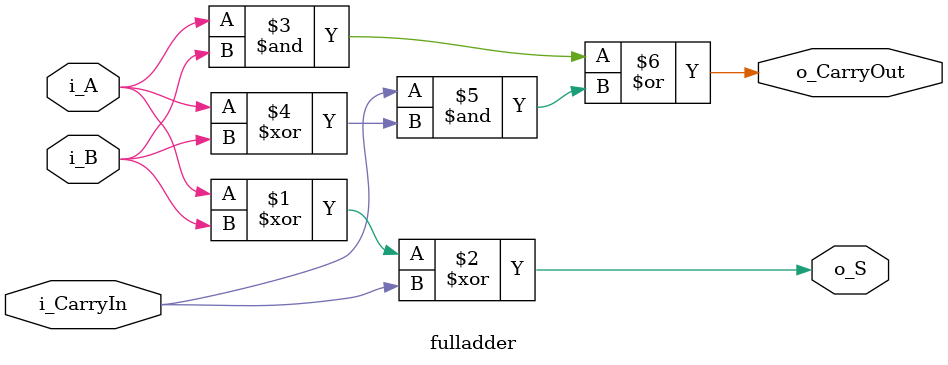
<source format=sv>

module fulladder
(
    input  logic i_A,
    input  logic i_B,
    input  logic i_CarryIn,
    output logic o_S,
    output logic o_CarryOut
);

	assign o_S  = i_A ^ i_B ^ i_CarryIn;
	assign o_CarryOut = (i_A & i_B) | (i_CarryIn & (i_A ^ i_B));

endmodule
</source>
